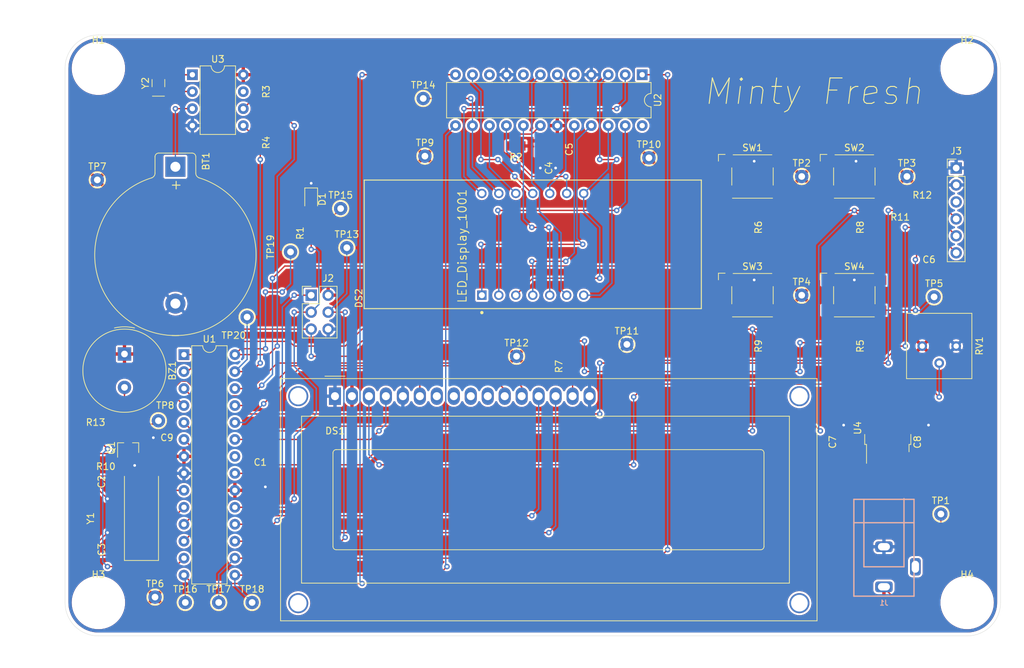
<source format=kicad_pcb>
(kicad_pcb (version 20211014) (generator pcbnew)
  (layers (0 "F.Cu" signal) (31 "B.Cu" signal) (34 "B.Paste" user) (35 "F.Paste" user) (36 "B.SilkS" user "B.Silkscreen") (37 "F.SilkS" user "F.Silkscreen") (38 "B.Mask" user) (39 "F.Mask" user) (44 "Edge.Cuts" user))
  (net 0 "")
  (net 1 "Net-(BT1-Pad1)")
  (net 2 "GND")
  (net 3 "/AREF")
  (net 4 "/XTAL1")
  (net 5 "/XTAL2")
  (net 6 "VCC")
  (net 7 "RESET")
  (net 8 "Net-(C7-Pad1)")
  (net 9 "Net-(D1-Pad2)")
  (net 10 "Net-(DS1-Pad15)")
  (net 11 "LCD_6")
  (net 12 "LCD_5")
  (net 13 "LCD_4")
  (net 14 "LCD_3")
  (net 19 "LCD_2")
  (net 20 "LCD_1")
  (net 21 "Net-(DS1-Pad3)")
  (net 22 "/SEG_E")
  (net 23 "/SEG_D")
  (net 24 "/SEG_DP")
  (net 25 "/SEG_C")
  (net 26 "/SEG_G")
  (net 27 "/SEG_B")
  (net 28 "/SEG_F")
  (net 29 "/SEG_A")
  (net 30 "/DIG_3")
  (net 32 "MISO")
  (net 33 "LED_SCK")
  (net 34 "MOSI")
  (net 35 "Net-(R2-Pad2)")
  (net 36 "SCL")
  (net 37 "SDA")
  (net 38 "BTN_UP")
  (net 39 "BTN_SELECT")
  (net 40 "BTN_DWN")
  (net 41 "BZER")
  (net 42 "RXD")
  (net 43 "/RTS")
  (net 44 "TXD")
  (net 45 "/SER_RX")
  (net 46 "DIS_CLK")
  (net 47 "DIS_DATA")
  (net 49 "DIS_LOAD")
  (net 54 "Net-(U3-Pad1)")
  (net 55 "Net-(U3-Pad2)")
  (net 57 "/SER_TX")
  (net 59 "Net-(Q1-Pad1)")
  (net 60 "/DIG_4")
  (net 61 "/DIG_2")
  (net 62 "/DIG_1")
  (net 63 "/DIG_0")
  (net 64 "Net-(BZ1-Pad2)")
  (footprint "footprints:R_0805_2012Metric" (layer "F.Cu") (at 208.28 81.28)
    (fp_text reference "R12")
    (fp_text value "R_0805_4.7K")
  )
  (footprint "footprints:MountingHole_3.2mm_M3" (layer "F.Cu") (at 215 140)
    (fp_text reference "H4")
    (fp_text value "MountingHole")
  )
  (footprint "footprints:TestPoint_THTPad_D2.0mm_Drill1.0mm" (layer "F.Cu") (at 164.084 101.346)
    (fp_text reference "TP11")
    (fp_text value "TestPoint")
  )
  (footprint "footprints:R_0805_2012Metric" (layer "F.Cu") (at 208.28 83.82)
    (fp_text reference "R11")
    (fp_text value "R_0805_4.7K")
  )
  (footprint "footprints:TestPoint_THTPad_D2.0mm_Drill1.0mm" (layer "F.Cu") (at 121.25 81)
    (fp_text reference "TP15")
    (fp_text value "TestPoint")
  )
  (footprint "footprints:C_0805_2012Metric" (layer "F.Cu") (at 153.416 71.716 -90)
    (fp_text reference "C5")
    (fp_text value "C_0805_10uf")
  )
  (footprint "footprints:TestPoint_THTPad_D2.0mm_Drill1.0mm" (layer "F.Cu") (at 147.574 103.124)
    (fp_text reference "TP12")
    (fp_text value "TestPoint")
  )
  (footprint "footprints:C_0805_2012Metric" (layer "F.Cu") (at 209.22 115.975 90)
    (fp_text reference "C8")
    (fp_text value "C_0805_0.1uf")
  )
  (footprint "footprints:TC1602A-01T" (layer "F.Cu") (at 120.399988 109.1025)
    (fp_text reference "DS1")
    (fp_text value "TC1602A-01T")
  )
  (footprint "footprints:R_0805_2012Metric" (layer "F.Cu") (at 111.76 71.12 90)
    (fp_text reference "R4")
    (fp_text value "R_0805_4.7K")
  )
  (footprint "footprints:C_0805_2012Metric" (layer "F.Cu") (at 151.13 71.716 -90)
    (fp_text reference "C4")
    (fp_text value "C_0805_0.1uf")
  )
  (footprint "footprints:R_0805_2012Metric" (layer "F.Cu") (at 155.956 104.14 90)
    (fp_text reference "R7")
    (fp_text value "R_0805_47")
  )
  (footprint "footprints:Buzzer_TDK_PS1240P02BT_D12.2mm_H6.5mm" (layer "F.Cu") (at 88.9 102.785216 -90)
    (fp_text reference "BZ1")
    (fp_text value "Buzzer")
  )
  (footprint "footprints:TestPoint_THTPad_D2.0mm_Drill1.0mm" (layer "F.Cu") (at 211.074 126.746)
    (fp_text reference "TP1")
    (fp_text value "TestPoint")
  )
  (footprint "footprints:R_0805_2012Metric" (layer "F.Cu") (at 88.392 113.284)
    (fp_text reference "R13")
    (fp_text value "R_0805_1K")
  )
  (footprint "footprints:C_0805_2012Metric" (layer "F.Cu") (at 208.28 86.36)
    (fp_text reference "C6")
    (fp_text value "C_0.1uf")
  )
  (footprint "footprints:R_0805_2012Metric" (layer "F.Cu") (at 83.82 116.845 -90)
    (fp_text reference "R10")
    (fp_text value "R_0805_2.2K")
  )
  (footprint "footprints:SW_SPST_Omron_B3FS-100xP" (layer "F.Cu") (at 198.12 76.2)
    (fp_text reference "SW2")
    (fp_text value "Omron_B3F_SPST")
  )
  (footprint "footprints:TestPoint_THTPad_D2.0mm_Drill1.0mm" (layer "F.Cu") (at 103 140)
    (fp_text reference "TP17")
    (fp_text value "TestPoint")
  )
  (footprint "footprints:C_0805_2012Metric" (layer "F.Cu") (at 94.234 117.348 180)
    (fp_text reference "C9")
    (fp_text value "C_0805_0.1uf")
  )
  (footprint "footprints:TestPoint_THTPad_D2.0mm_Drill1.0mm" (layer "F.Cu") (at 113.75 87.5)
    (fp_text reference "TP19")
    (fp_text value "TestPoint")
  )
  (footprint "footprints:Crystal_SMD_HC49-SD" (layer "F.Cu") (at 91.44 127 90)
    (fp_text reference "Y1")
    (fp_text value "Crystal_16MHz")
  )
  (footprint "footprints:R_0805_2012Metric" (layer "F.Cu") (at 147.486 71.628 180)
    (fp_text reference "R2")
    (fp_text value "R_0805_22K")
  )
  (footprint "footprints:SW_SPST_Omron_B3FS-100xP" (layer "F.Cu") (at 198.12 93.98)
    (fp_text reference "SW4")
    (fp_text value "Omron_B3F_SPST")
  )
  (footprint "footprints:TestPoint_THTPad_D2.0mm_Drill1.0mm" (layer "F.Cu") (at 98 140)
    (fp_text reference "TP16")
    (fp_text value "TestPoint")
  )
  (footprint "footprints:DIP-28_W7.62mm" (layer "F.Cu") (at 97.8 102.88)
    (fp_text reference "U1")
    (fp_text value "ATmega328-PU")
  )
  (footprint "footprints:C_0805_2012Metric" (layer "F.Cu") (at 83.82 132.08 -90)
    (fp_text reference "C3")
    (fp_text value "C_22pf")
  )
  (footprint "footprints:MountingHole_3.2mm_M3" (layer "F.Cu") (at 215 60)
    (fp_text reference "H2")
    (fp_text value "MountingHole")
  )
  (footprint "footprints:Potentiometer_Bourns_3386P_Vertical" (layer "F.Cu") (at 208.28 101.6 -90)
    (fp_text reference "RV1")
    (fp_text value "R_POT_10K")
  )
  (footprint "footprints:MountingHole_3.2mm_M3" (layer "F.Cu") (at 85 140)
    (fp_text reference "H3")
    (fp_text value "MountingHole")
  )
  (footprint "footprints:TestPoint_THTPad_D2.0mm_Drill1.0mm" (layer "F.Cu") (at 205.994 76.2)
    (fp_text reference "TP3")
    (fp_text value "TestPoint")
  )
  (footprint "footprints:C_0805_2012Metric" (layer "F.Cu") (at 109.22 120.65)
    (fp_text reference "C1")
    (fp_text value "C_10uf")
  )
  (footprint "footprints:TestPoint_THTPad_D2.0mm_Drill1.0mm" (layer "F.Cu") (at 122.174 86.868)
    (fp_text reference "TP13")
    (fp_text value "TestPoint")
  )
  (footprint "footprints:TestPoint_THTPad_D2.0mm_Drill1.0mm" (layer "F.Cu") (at 190.246 93.98)
    (fp_text reference "TP4")
    (fp_text value "TestPoint")
  )
  (footprint "footprints:PinHeader_2x03_P2.54mm_Vertical" (layer "F.Cu") (at 116.84 93.98)
    (fp_text reference "J2")
    (fp_text value "Conn_02x03_Odd_Even")
  )
  (footprint "footprints:SW_SPST_Omron_B3FS-100xP" (layer "F.Cu") (at 182.88 93.98)
    (fp_text reference "SW3")
    (fp_text value "Omron_B3F_SPST")
  )
  (footprint "footprints:TestPoint_THTPad_D2.0mm_Drill1.0mm" (layer "F.Cu") (at 210.058 94.234)
    (fp_text reference "TP5")
    (fp_text value "TestPoint")
  )
  (footprint "footprints:MountingHole_3.2mm_M3" (layer "F.Cu") (at 85 60)
    (fp_text reference "H1")
    (fp_text value "MountingHole")
  )
  (footprint "footprints:SOT-23" (layer "F.Cu") (at 89.45 116.845 90)
    (fp_text reference "Q1")
    (fp_text value "NPN_2N3904_SOT23")
  )
  (footprint "footprints:TestPoint_THTPad_D2.0mm_Drill1.0mm" (layer "F.Cu") (at 133.858 73.152)
    (fp_text reference "TP9")
    (fp_text value "TestPoint")
  )
  (footprint "footprints:TestPoint_THTPad_D2.0mm_Drill1.0mm" (layer "F.Cu") (at 167.386 73.406)
    (fp_text reference "TP10")
    (fp_text value "TestPoint")
  )
  (footprint "footprints:TestPoint_THTPad_D2.0mm_Drill1.0mm" (layer "F.Cu") (at 93.472 139.192)
    (fp_text reference "TP6")
    (fp_text value "TestPoint")
  )
  (footprint "footprints:R_0805_2012Metric" (layer "F.Cu") (at 111.76 63.5 90)
    (fp_text reference "R3")
    (fp_text value "R_0805_4.7K")
  )
  (footprint "footprints:TestPoint_THTPad_D2.0mm_Drill1.0mm" (layer "F.Cu") (at 190.246 76.2)
    (fp_text reference "TP2")
    (fp_text value "TestPoint")
  )
  (footprint "footprints:TestPoint_THTPad_D2.0mm_Drill1.0mm" (layer "F.Cu") (at 108 140)
    (fp_text reference "TP18")
    (fp_text value "TestPoint")
  )
  (footprint "footprints:TestPoint_THTPad_D2.0mm_Drill1.0mm" (layer "F.Cu") (at 93.98 112.776)
    (fp_text reference "TP8")
    (fp_text value "TestPoint")
  )
  (footprint "footprints:R_0805_2012Metric" (layer "F.Cu") (at 185.42 83.82 90)
    (fp_text reference "R6")
    (fp_text value "R_0805_10K")
  )
  (footprint "footprints:PinHeader_1x06_P2.54mm_Vertical" (layer "F.Cu") (at 213.36 74.93)
    (fp_text reference "J3")
    (fp_text value "Conn_01x06")
  )
  (footprint "footprints:DIP-24_W7.62mm" (layer "F.Cu") (at 166.375 60.96 -90)
    (fp_text reference "U2")
    (fp_text value "MAX7219")
  )
  (footprint "footprints:Crystal_SMD_2Pin_3.2x1.5mm" (layer "F.Cu") (at 93.98 62.22 90)
    (fp_text reference "Y2")
    (fp_text value "Crystal_32768Hz")
  )
  (footprint "footprints:R_0805_2012Metric" (layer "F.Cu") (at 116.84 84.69 90)
    (fp_text reference "R1")
    (fp_text value "R_2.2K")
  )
  (footprint "footprints:R_0805_2012Metric" (layer "F.Cu") (at 185.42 101.6 90)
    (fp_text reference "R9")
    (fp_text value "R_0805_10K")
  )
  (footprint "footprints:TestPoint_THTPad_D2.0mm_Drill1.0mm" (layer "F.Cu") (at 133.604 64.516)
    (fp_text reference "TP14")
    (fp_text value "TestPoint")
  )
  (footprint "footprints:TestPoint_THTPad_D2.0mm_Drill1.0mm" (layer "F.Cu") (at 84.836 76.708)
    (fp_text reference "TP7")
    (fp_text value "TestPoint")
  )
  (footprint "footprints:LED_0805_2012Metric" (layer "F.Cu") (at 116.84 79.61 -90)
    (fp_text reference "D1")
    (fp_text value "LED_0805")
  )
  (footprint "footprints:DIP-8_W7.62mm" (layer "F.Cu") (at 99.06 60.96)
    (fp_text reference "U3")
    (fp_text value "DS1307_DIP-8")
  )
  (footprint "footprints:C_0805_2012Metric" (layer "F.Cu") (at 83.82 121.92 -90)
    (fp_text reference "C2")
    (fp_text value "C_22pf")
  )
  (footprint "footprints:R_0805_2012Metric" (layer "F.Cu") (at 200.66 83.82 90)
    (fp_text reference "R8")
    (fp_text value "R_0805_10K")
  )
  (footprint "footprints:Adafruit-1001-0-0-MFG" (layer "F.Cu") (at 150.000005 86.36 90)
    (fp_text reference "DS2")
    (fp_text value "LED_Display_1001")
  )
  (footprint "footprints:SW_SPST_Omron_B3FS-100xP" (layer "F.Cu") (at 182.88 76.2)
    (fp_text reference "SW1")
    (fp_text value "Omron_B3F_SPST")
  )
  (footprint "footprints:TO-252-2" (layer "F.Cu") (at 203.125 113.86 90)
    (fp_text reference "U4")
    (fp_text value "L7805")
  )
  (footprint "footprints:BatteryHolder_Keystone_106_1x20mm" (layer "F.Cu") (at 96.519984 74.746314 -90)
    (fp_text reference "BT1")
    (fp_text value "Battery_Cell")
  )
  (footprint "footprints:C_0805_2012Metric" (layer "F.Cu") (at 196.52 115.975 90)
    (fp_text reference "C7")
    (fp_text value "C_0805_1uf")
  )
  (footprint "footprints:TestPoint_THTPad_D2.0mm_Drill1.0mm" (layer "F.Cu") (at 107.25 97.25)
    (fp_text reference "TP20")
    (fp_text value "TestPoint")
  )
  (footprint "footprints:R_0805_2012Metric" (layer "F.Cu") (at 200.66 101.6 90)
    (fp_text reference "R5")
    (fp_text value "R_10K")
  )
  (footprint "footprints:PJ-102AH" (layer "B.Cu") (at 202.5508 134.65 180)
    (fp_text reference "J1")
    (fp_text value "PJ-102AH" hide)
  )
  (gr_line locked (start 220 60) (end 220 140) (layer "Edge.Cuts") (width 0.05))
  (gr_line locked (start 80 60) (end 80 140) (layer "Edge.Cuts") (width 0.05))
  (gr_arc locked (start 80 60) (mid 81.464466 56.464466) (end 85 55) (layer "Edge.Cuts") (width 0.05))
  (gr_arc locked (start 85 145) (mid 81.464466 143.535534) (end 80 140) (layer "Edge.Cuts") (width 0.05))
  (gr_arc locked (start 220 140) (mid 218.535534 143.535534) (end 215 145) (layer "Edge.Cuts") (width 0.05))
  (gr_line locked (start 215 55) (end 85 55) (layer "Edge.Cuts") (width 0.05))
  (gr_arc locked (start 215 55) (mid 218.535534 56.464466) (end 220 60) (layer "Edge.Cuts") (width 0.05))
  (gr_line locked (start 215 145) (end 85 145) (layer "Edge.Cuts") (width 0.05))
  (gr_text "Minty Fresh" (at 192.024 63.5) (layer "F.SilkS") (effects (font (size 3.81 3.81) (thickness 0.15) italic)))
  (segment (start 99.06 66.04) (end 96.52 66.04) (width 0.2032) (layer "F.Cu") (net 1))
  (via (at 96.52 66.04) (size 0.8128) (drill 0.4064) (layers "F.Cu" "B.Cu") (net 1))
  (segment (start 96.519984 66.040016) (end 96.519984 74.746314) (width 0.2032) (layer "B.Cu") (net 1))
  (segment (start 96.52 66.04) (end 96.519984 66.040016) (width 0.2032) (layer "B.Cu") (net 1))
  (segment (start 90.4 119.449) (end 90.424 119.473) (width 0.2032) (layer "F.Cu") (net 2))
  (segment (start 198.338 73.95) (end 198.374 73.914) (width 0.2032) (layer "F.Cu") (net 2))
  (segment (start 93.384 117.348) (end 93.384 115.482) (width 0.2032) (layer "F.Cu") (net 2))
  (segment (start 207.545 111.76) (end 203.125 111.76) (width 0.508) (layer "F.Cu") (net 2))
  (segment (start 83.82 122.77) (end 84.67 122.77) (width 0.2032) (layer "F.Cu") (net 2))
  (segment (start 83.82 131.23) (end 84.67 131.23) (width 0.2032) (layer "F.Cu") (net 2))
  (segment (start 194.12 91.73) (end 198.084 91.73) (width 0.2032) (layer "F.Cu") (net 2))
  (segment (start 183.098 91.73) (end 183.134 91.694) (width 0.2032) (layer "F.Cu") (net 2))
  (segment (start 209.22 115.125) (end 209.22 113.435) (width 0.2032) (layer "F.Cu") (net 2))
  (segment (start 84.67 131.23) (end 86.36 129.54) (width 0.2032) (layer "F.Cu") (net 2))
  (segment (start 153.416 72.566) (end 153.416 74.93) (width 0.2032) (layer "F.Cu") (net 2))
  (segment (start 116.84 78.6725) (end 116.84 77.216) (width 0.2032) (layer "F.Cu") (net 2))
  (segment (start 196.52 115.125) (end 196.52 113.435) (width 0.2032) (layer "F.Cu") (net 2))
  (segment (start 178.88 73.95) (end 183.098 73.95) (width 0.2032) (layer "F.Cu") (net 2))
  (segment (start 194.12 73.95) (end 198.338 73.95) (width 0.2032) (layer "F.Cu") (net 2))
  (segment (start 183.17 91.73) (end 183.134 91.694) (width 0.2032) (layer "F.Cu") (net 2))
  (segment (start 186.88 91.73) (end 183.17 91.73) (width 0.2032) (layer "F.Cu") (net 2))
  (segment (start 209.22 113.435) (end 207.545 111.76) (width 0.508) (layer "F.Cu") (net 2))
  (segment (start 178.88 91.73) (end 183.098 91.73) (width 0.2032) (layer "F.Cu") (net 2))
  (segment (start 110.07 120.65) (end 110.07 122.594) (width 0.2032) (layer "F.Cu") (net 2))
  (segment (start 151.13 72.566) (end 151.13 74.93) (width 0.2032) (layer "F.Cu") (net 2))
  (segment (start 202.12 73.95) (end 198.41 73.95) (width 0.2032) (layer "F.Cu") (net 2))
  (segment (start 198.195 111.76) (end 196.52 113.435) (width 0.508) (layer "F.Cu") (net 2))
  (segment (start 90.4 117.845) (end 90.4 119.449) (width 0.2032) (layer "F.Cu") (net 2))
  (segment (start 110.07 122.594) (end 109.982 122.682) (width 0.2032) (layer "F.Cu") (net 2))
  (segment (start 84.67 122.77) (end 86.36 124.46) (width 0.2032) (layer "F.Cu") (net 2))
  (segment (start 198.084 91.73) (end 198.12 91.694) (width 0.2032) (layer "F.Cu") (net 2))
  (segment (start 93.384 115.482) (end 93.218 115.316) (width 0.2032) (layer "F.Cu") (net 2))
  (segment (start 203.125 111.76) (end 198.195 111.76) (width 0.508) (layer "F.Cu") (net 2))
  (segment (start 198.156 91.73) (end 198.12 91.694) (width 0.2032) (layer "F.Cu") (net 2))
  (segment (start 183.17 73.95) (end 183.134 73.914) (width 0.2032) (layer "F.Cu") (net 2))
  (segment (start 186.88 73.95) (end 183.17 73.95) (width 0.2032) (layer "F.Cu") (net 2))
  (segment (start 202.12 91.73) (end 198.156 91.73) (width 0.2032) (layer "F.Cu") (net 2))
  (segment (start 183.098 73.95) (end 183.134 73.914) (width 0.2032) (layer "F.Cu") (net 2))
  (segment (start 198.41 73.95) (end 198.374 73.914) (width 0.2032) (layer "F.Cu") (net 2))
  (via (at 153.416 74.93) (size 0.8128) (drill 0.4064) (layers "F.Cu" "B.Cu") (net 2))
  (via (at 196.52 113.435) (size 0.8128) (drill 0.4064) (layers "F.Cu" "B.Cu") (net 2))
  (via (at 198.374 73.914) (size 0.8128) (drill 0.4064) (layers "F.Cu" "B.Cu") (net 2))
  (via (at 116.84 77.216) (size 0.8128) (drill 0.4064) (layers "F.Cu" "B.Cu") (net 2))
  (via (at 93.218 115.316) (size 0.8128) (drill 0.4064) (layers "F.Cu" "B.Cu") (net 2))
  (via (at 198.12 91.694) (size 0.8128) (drill 0.4064) (layers "F.Cu" "B.Cu") (net 2))
  (via (at 86.36 129.54) (size 0.8128) (drill 0.4064) (layers "F.Cu" "B.Cu") (net 2))
  (via (at 209.22 113.435) (size 0.8128) (drill 0.4064) (layers "F.Cu" "B.Cu") (net 2))
  (via (at 86.36 124.46) (size 0.8128) (drill 0.4064) (layers "F.Cu" "B.Cu") (net 2))
  (via (at 151.13 74.93) (size 0.8128) (drill 0.4064) (layers "F.Cu" "B.Cu") (net 2))
  (via (at 183.134 73.914) (size 0.8128) (drill 0.4064) (layers "F.Cu" "B.Cu") (net 2))
  (via (at 183.134 91.694) (size 0.8128) (drill 0.4064) (layers "F.Cu" "B.Cu") (net 2))
  (via (at 109.982 122.682) (size 0.8128) (drill 0.4064) (layers "F.Cu" "B.Cu") (net 2))
  (via (at 90.424 119.473) (size 0.8128) (drill 0.4064) (layers "F.Cu" "B.Cu") (net 2))
  (segment (start 105.42 120.66) (end 108.36 120.66) (width 0.2032) (layer "F.Cu") (net 3))
  (segment (start 108.36 120.66) (end 108.37 120.65) (width 0.2032) (layer "F.Cu") (net 3))
  (segment (start 91.89 123.2) (end 91.44 122.75) (width 0.2032) (layer "F.Cu") (net 4))
  (segment (start 91.44 122.75) (end 89.76 121.07) (width 0.2032) (layer "F.Cu") (net 4))
  (segment (start 97.8 123.2) (end 91.89 123.2) (width 0.2032) (layer "F.Cu") (net 4))
  (segment (start 89.76 121.07) (end 83.82 121.07) (width 0.2032) (layer "F.Cu") (net 4))
  (segment (start 89.76 132.93) (end 83.82 132.93) (width 0.2032) (layer "F.Cu") (net 5))
  (segment (start 91.44 131.25) (end 89.76 132.93) (width 0.2032) (layer "F.Cu") (net 5))
  (segment (start 91.44 131.25) (end 92.29 131.25) (width 0.2032) (layer "F.Cu") (net 5))
  (segment (start 92.29 131.25) (end 97.8 125.74) (width 0.2032) (layer "F.Cu") (net 5))
  (segment (start 123.444 101.854) (end 122.174 103.124) (width 0.2032) (layer "F.Cu") (net 7))
  (segment (start 122.174 103.124) (end 116.84 103.124) (width 0.2032) (layer "F.Cu") (net 7))
  (segment (start 198.12 99.06) (end 196.088 101.092) (width 0.2032) (layer "F.Cu") (net 7))
  (segment (start 198.12 99.06) (end 200.66 99.06) (width 0.2032) (layer "F.Cu") (net 7))
  (segment (start 100.32 102.88) (end 104.14 99.06) (width 0.2032) (layer "F.Cu") (net 7))
  (segment (start 124.46 100.838) (end 123.444 101.854) (width 0.2032) (layer "F.Cu") (net 7))
  (segment (start 199.81 100.75) (end 200.66 100.75) (width 0.2032) (layer "F.Cu") (net 7))
  (segment (start 189.992 105.41) (end 157.734 105.41) (width 0.2032) (layer "F.Cu") (net 7))
  (segment (start 207.43 88.48) (end 207.43 86.36) (width 0.2032) (layer "F.Cu") (net 7))
  (segment (start 194.12 96.23) (end 194.12 97.6) (width 0.2032) (layer "F.Cu") (net 7))
  (segment (start 157.734 100.838) (end 124.46 100.838) (width 0.2032) (layer "F.Cu") (net 7))
  (segment (start 195.58 99.06) (end 198.12 99.06) (width 0.2032) (layer "F.Cu") (net 7))
  (segment (start 198.12 99.06) (end 199.81 100.75) (width 0.2032) (layer "F.Cu") (net 7))
  (segment (start 97.8 102.88) (end 100.32 102.88) (width 0.2032) (layer "F.Cu") (net 7))
  (segment (start 196.088 101.092) (end 189.992 101.092) (width 0.2032) (layer "F.Cu") (net 7))
  (segment (start 194.12 97.6) (end 195.58 99.06) (width 0.2032) (layer "F.Cu") (net 7))
  (segment (start 207.264 88.646) (end 207.43 88.48) (width 0.2032) (layer "F.Cu") (net 7))
  (segment (start 207.228 96.23) (end 207.264 96.266) (width 0.2032) (layer "F.Cu") (net 7))
  (segment (start 202.12 97.6) (end 202.12 96.23) (width 0.2032) (layer "F.Cu") (net 7))
  (segment (start 200.66 99.06) (end 202.12 97.6) (width 0.2032) (layer "F.Cu") (net 7))
  (segment (start 202.12 96.23) (end 207.228 96.23) (width 0.2032) (layer "F.Cu") (net 7))
  (segment (start 104.14 99.06) (end 116.84 99.06) (width 0.2032) (layer "F.Cu") (net 7))
  (via (at 207.264 96.266) (size 0.8128) (drill 0.4064) (layers "F.Cu" "B.Cu") (net 7))
  (via (at 189.992 105.41) (size 0.8128) (drill 0.4064) (layers "F.Cu" "B.Cu") (net 7))
  (via (at 189.992 101.092) (size 0.8128) (drill 0.4064) (layers "F.Cu" "B.Cu") (net 7))
  (via (at 157.734 105.41) (size 0.8128) (drill 0.4064) (layers "F.Cu" "B.Cu") (net 7))
  (via (at 207.264 88.646) (size 0.8128) (drill 0.4064) (layers "F.Cu" "B.Cu") (net 7))
  (via (at 116.84 103.124) (size 0.8128) (drill 0.4064) (layers "F.Cu" "B.Cu") (net 7))
  (via (at 157.734 100.838) (size 0.8128) (drill 0.4064) (layers "F.Cu" "B.Cu") (net 7))
  (segment (start 116.84 103.124) (end 116.84 99.06) (width 0.2032) (layer "B.Cu") (net 7))
  (segment (start 207.264 96.266) (end 207.264 88.646) (width 0.2032) (layer "B.Cu") (net 7))
  (segment (start 157.734 105.41) (end 157.734 100.838) (width 0.2032) (layer "B.Cu") (net 7))
  (segment (start 189.992 101.092) (end 189.992 105.41) (width 0.2032) (layer "B.Cu") (net 7))
  (segment (start 207.264 96.266) (end 208.026 96.266) (width 0.2032) (layer "B.Cu") (net 7))
  (segment (start 208.026 96.266) (end 210.058 94.234) (width 0.2032) (layer "B.Cu") (net 7))
  (segment (start 206.5 141) (end 205.75 141) (width 0.2032) (layer "F.Cu") (net 8))
  (segment (start 209.25 138.25) (end 206.5 141) (width 0.2032) (layer "F.Cu") (net 8))
  (segment (start 200.845 118.06) (end 200.845 119.405) (width 0.508) (layer "F.Cu") (net 8))
  (segment (start 202.5508 137.8008) (end 202.5508 137.65) (width 0.2032) (layer "F.Cu") (net 8))
  (segment (start 209.25 130.75) (end 209.25 138.25) (width 0.2032) (layer "F.Cu") (net 8))
  (segment (start 211.074 128.926) (end 209.25 130.75) (width 0.2032) (layer "F.Cu") (net 8))
  (segment (start 196.52 116.825) (end 197.755 118.06) (width 0.508) (layer "F.Cu") (net 8))
  (segment (start 211.074 126.746) (end 211.074 128.926) (width 0.2032) (layer "F.Cu") (net 8))
  (segment (start 195.75 140) (end 196.75 141) (width 0.508) (layer "F.Cu") (net 8))
  (segment (start 205.75 141) (end 202.5508 137.8008) (width 0.2032) (layer "F.Cu") (net 8))
  (segment (start 200.5 141) (end 202.5508 138.9492) (width 0.508) (layer "F.Cu") (net 8))
  (segment (start 200.845 119.405) (end 195.75 124.5) (width 0.508) (layer "F.Cu") (net 8))
  (segment (start 202.5508 138.9492) (end 202.5508 137.65) (width 0.508) (layer "F.Cu") (net 8))
  (segment (start 196.75 141) (end 200.5 141) (width 0.508) (layer "F.Cu") (net 8))
  (segment (start 195.75 124.5) (end 195.75 140) (width 0.508) (layer "F.Cu") (net 8))
  (segment (start 197.755 118.06) (end 200.845 118.06) (width 0.508) (layer "F.Cu") (net 8))
  (segment (start 116.84 80.5475) (end 116.84 83.84) (width 0.2032) (layer "F.Cu") (net 9))
  (segment (start 155.956 109.098512) (end 155.959988 109.1025) (width 0.2032) (layer "F.Cu") (net 10))
  (segment (start 155.956 104.99) (end 155.956 109.098512) (width 0.2032) (layer "F.Cu") (net 10))
  (segment (start 99.08 129.54) (end 152.4 129.54) (width 0.2032) (layer "F.Cu") (net 11))
  (segment (start 97.8 130.82) (end 99.08 129.54) (width 0.2032) (layer "F.Cu") (net 11))
  (via (at 152.4 129.54) (size 0.8128) (drill 0.4064) (layers "F.Cu" "B.Cu") (net 11))
  (segment (start 153.419988 128.520012) (end 153.419988 109.1025) (width 0.2032) (layer "B.Cu") (net 11))
  (segment (start 152.4 129.54) (end 153.419988 128.520012) (width 0.2032) (layer "B.Cu") (net 11))
  (segment (start 97.8 128.28) (end 99.08 127) (width 0.2032) (layer "F.Cu") (net 12))
  (segment (start 99.08 127) (end 149.86 127) (width 0.2032) (layer "F.Cu") (net 12))
  (via (at 149.86 127) (size 0.8128) (drill 0.4064) (layers "F.Cu" "B.Cu") (net 12))
  (segment (start 150.879988 125.980012) (end 150.879988 109.1025) (width 0.2032) (layer "B.Cu") (net 12))
  (segment (start 149.86 127) (end 150.879988 125.980012) (width 0.2032) (layer "B.Cu") (net 12))
  (segment (start 144.78 104.14) (end 148.339988 107.699988) (width 0.2032) (layer "F.Cu") (net 13))
  (segment (start 111.76 104.14) (end 144.78 104.14) (width 0.2032) (layer "F.Cu") (net 13))
  (segment (start 148.339988 107.699988) (end 148.339988 109.1025) (width 0.2032) (layer "F.Cu") (net 13))
  (segment (start 105.42 107.96) (end 107.94 107.96) (width 0.2032) (layer "F.Cu") (net 13))
  (segment (start 107.94 107.96) (end 111.76 104.14) (width 0.2032) (layer "F.Cu") (net 13))
  (segment (start 105.42 110.5) (end 107.94 110.5) (width 0.2032) (layer "F.Cu") (net 14))
  (segment (start 145.799988 108.105908) (end 145.799988 109.1025) (width 0.2032) (layer "F.Cu") (net 14))
  (segment (start 113.89408 104.54592) (end 142.24 104.54592) (width 0.2032) (layer "F.Cu") (net 14))
  (segment (start 142.24 104.54592) (end 145.799988 108.105908) (width 0.2032) (layer "F.Cu") (net 14))
  (segment (start 107.94 110.5) (end 113.89408 104.54592) (width 0.2032) (layer "F.Cu") (net 14))
  (segment (start 133.099988 105.971828) (end 133.099988 109.1025) (width 0.2032) (layer "F.Cu") (net 19))
  (segment (start 132.08 104.95184) (end 133.099988 105.971828) (width 0.2032) (layer "F.Cu") (net 19))
  (segment (start 115.01216 104.95184) (end 109.728 110.236) (width 0.2032) (layer "F.Cu") (net 19))
  (segment (start 115.01216 104.95184) (end 132.08 104.95184) (width 0.2032) (layer "F.Cu") (net 19))
  (via (at 109.728 110.236) (size 0.8128) (drill 0.4064) (layers "F.Cu" "B.Cu") (net 19))
  (segment (start 109.728 110.236) (end 106.924 113.04) (width 0.2032) (layer "B.Cu") (net 19))
  (segment (start 106.924 113.04) (end 105.42 113.04) (width 0.2032) (layer "B.Cu") (net 19))
  (segment (start 105.42 115.58) (end 125.72 115.58) (width 0.2032) (layer "F.Cu") (net 20))
  (segment (start 125.72 115.58) (end 127 114.3) (width 0.2032) (layer "F.Cu") (net 20))
  (via (at 127 114.3) (size 0.8128) (drill 0.4064) (layers "F.Cu" "B.Cu") (net 20))
  (segment (start 128.019988 113.280012) (end 128.019988 109.1025) (width 0.2032) (layer "B.Cu") (net 20))
  (segment (start 127 114.3) (end 128.019988 113.280012) (width 0.2032) (layer "B.Cu") (net 20))
  (segment (start 208.898189 107.298189) (end 167.021811 107.298189) (width 0.2032) (layer "F.Cu") (net 21))
  (segment (start 167.021811 107.298189) (end 165.1 109.22) (width 0.2032) (layer "F.Cu") (net 21))
  (segment (start 165.1 119.38) (end 127 119.38) (width 0.2032) (layer "F.Cu") (net 21))
  (segment (start 210.82 109.22) (end 208.898189 107.298189) (width 0.2032) (layer "F.Cu") (net 21))
  (via (at 127 119.38) (size 0.8128) (drill 0.4064) (layers "F.Cu" "B.Cu") (net 21))
  (via (at 210.82 109.22) (size 0.8128) (drill 0.4064) (layers "F.Cu" "B.Cu") (net 21))
  (via (at 165.1 119.38) (size 0.8128) (drill 0.4064) (layers "F.Cu" "B.Cu") (net 21))
  (via (at 165.1 109.22) (size 0.8128) (drill 0.4064) (layers "F.Cu" "B.Cu") (net 21))
  (segment (start 210.82 104.14) (end 210.82 109.22) (width 0.2032) (layer "B.Cu") (net 21))
  (segment (start 125.479988 117.859988) (end 125.479988 109.1025) (width 0.2032) (layer "B.Cu") (net 21))
  (segment (start 165.1 109.22) (end 165.1 119.38) (width 0.2032) (layer "B.Cu") (net 21))
  (segment (start 127 119.38) (end 125.479988 117.859988) (width 0.2032) (layer "B.Cu") (net 21))
  (segment (start 142.24 86.36) (end 157.48 86.36) (width 0.2032) (layer "F.Cu") (net 22))
  (via (at 157.48 86.36) (size 0.8128) (drill 0.4064) (layers "F.Cu" "B.Cu") (net 22))
  (via (at 142.24 86.36) (size 0.8128) (drill 0.4064) (layers "F.Cu" "B.Cu") (net 22))
  (segment (start 156.615694 70.719306) (end 158.755 68.58) (width 0.2032) (layer "B.Cu") (net 22))
  (segment (start 142.380005 93.98) (end 142.380005 86.500005) (width 0.2032) (layer "B.Cu") (net 22))
  (segment (start 142.380005 86.500005) (end 142.24 86.36) (width 0.2032) (layer "B.Cu") (net 22))
  (segment (start 157.48 86.36) (end 156.615694 85.495694) (width 0.2032) (layer "B.Cu") (net 22))
  (segment (start 156.615694 85.495694) (end 156.615694 70.719306) (width 0.2032) (layer "B.Cu") (net 22))
  (segment (start 162.56 81.28) (end 144.78 81.28) (width 0.2032) (layer "F.Cu") (net 23))
  (via (at 162.56 81.28) (size 0.8128) (drill 0.4064) (layers "F.Cu" "B.Cu") (net 23))
  (via (at 144.78 81.28) (size 0.8128) (drill 0.4064) (layers "F.Cu" "B.Cu") (net 23))
  (segment (start 163.835 68.58) (end 163.835 80.005) (width 0.2032) (layer "B.Cu") (net 23))
  (segment (start 144.78 81.28) (end 144.920005 81.420005) (width 0.2032) (layer "B.Cu") (net 23))
  (segment (start 144.920005 81.420005) (end 144.920005 93.98) (width 0.2032) (layer "B.Cu") (net 23))
  (segment (start 163.835 80.005) (end 162.56 81.28) (width 0.2032) (layer "B.Cu") (net 23))
  (segment (start 160.02 91.44) (end 150.000005 91.44) (width 0.2032) (layer "F.Cu") (net 24))
  (segment (start 150.000005 91.44) (end 147.460005 93.98) (width 0.2032) (layer "F.Cu") (net 24))
  (via (at 160.02 91.44) (size 0.8128) (drill 0.4064) (layers "F.Cu" "B.Cu") (net 24))
  (segment (start 157.620005 81.420005) (end 160.02 83.82) (width 0.2032) (layer "B.Cu") (net 24))
  (segment (start 160.02 83.82) (end 160.02 91.44) (width 0.2032) (layer "B.Cu") (net 24))
  (segment (start 161.295 75.065005) (end 157.620005 78.74) (width 0.2032) (layer "B.Cu") (net 24))
  (segment (start 157.620005 78.74) (end 157.620005 81.420005) (width 0.2032) (layer "B.Cu") (net 24))
  (segment (start 161.295 68.58) (end 161.295 75.065005) (width 0.2032) (layer "B.Cu") (net 24))
  (segment (start 149.86 88.9) (end 154.94 88.9) (width 0.2032) (layer "F.Cu") (net 25))
  (via (at 149.86 88.9) (size 0.8128) (drill 0.4064) (layers "F.Cu" "B.Cu") (net 25))
  (via (at 154.94 88.9) (size 0.8128) (drill 0.4064) (layers "F.Cu" "B.Cu") (net 25))
  (segment (start 150.000005 93.98) (end 150.000005 89.040005) (width 0.2032) (layer "B.Cu") (net 25))
  (segment (start 150.000005 89.040005) (end 149.86 88.9) (width 0.2032) (layer "B.Cu") (net 25))
  (segment (start 156.209774 68.585226) (end 156.215 68.58) (width 0.2032) (layer "B.Cu") (net 25))
  (segment (start 154.94 88.9) (end 156.209774 87.630226) (width 0.2032) (layer "B.Cu") (net 25))
  (segment (start 156.209774 87.630226) (end 156.209774 68.585226) (width 0.2032) (layer "B.Cu") (net 25))
  (segment (start 152.4 83.82) (end 149.86 83.82) (width 0.2032) (layer "F.Cu") (net 26))
  (via (at 152.4 83.82) (size 0.8128) (drill 0.4064) (layers "F.Cu" "B.Cu") (net 26))
  (via (at 149.86 83.82) (size 0.8128) (drill 0.4064) (layers "F.Cu" "B.Cu") (net 26))
  (segment (start 149.86 83.82) (end 148.595 82.555) (width 0.2032) (layer "B.Cu") (net 26))
  (segment (start 152.540005 93.98) (end 152.540005 83.960005) (width 0.2032) (layer "B.Cu") (net 26))
  (segment (start 148.595 82.555) (end 148.595 68.58) (width 0.2032) (layer "B.Cu") (net 26))
  (segment (start 152.540005 83.960005) (end 152.4 83.82) (width 0.2032) (layer "B.Cu") (net 26))
  (segment (start 149.86 76.2) (end 147.32 73.66) (width 0.2032) (layer "F.Cu") (net 27))
  (segment (start 154.94 76.2) (end 149.86 76.2) (width 0.2032) (layer "F.Cu") (net 27))
  (via (at 147.32 73.66) (size 0.8128) (drill 0.4064) (layers "F.Cu" "B.Cu") (net 27))
  (via (at 154.94 76.2) (size 0.8128) (drill 0.4064) (layers "F.Cu" "B.Cu") (net 27))
  (segment (start 154.94 76.2) (end 155.080005 76.340005) (width 0.2032) (layer "B.Cu") (net 27))
  (segment (start 146.055 68.58) (end 146.055 72.395) (width 0.2032) (layer "B.Cu") (net 27))
  (segment (start 155.080005 76.340005) (end 155.080005 78.74) (width 0.2032) (layer "B.Cu") (net 27))
  (segment (start 146.055 72.395) (end 147.32 73.66) (width 0.2032) (layer "B.Cu") (net 27))
  (segment (start 143.515 74.794995) (end 147.460005 78.74) (width 0.2032) (layer "B.Cu") (net 28))
  (segment (start 143.515 68.58) (end 143.515 74.794995) (width 0.2032) (layer "B.Cu") (net 28))
  (segment (start 133.604 64.516) (end 140.716 64.516) (width 0.2032) (layer "F.Cu") (net 29))
  (via (at 140.716 64.516) (size 0.8128) (drill 0.4064) (layers "F.Cu" "B.Cu") (net 29))
  (segment (start 140.975 68.58) (end 140.975 74.794995) (width 0.2032) (layer "B.Cu") (net 29))
  (segment (start 140.716 64.516) (end 140.975 64.775) (width 0.2032) (layer "B.Cu") (net 29))
  (segment (start 140.975 74.794995) (end 144.920005 78.74) (width 0.2032) (layer "B.Cu") (net 29))
  (segment (start 140.975 64.775) (end 140.975 68.58) (width 0.2032) (layer "B.Cu") (net 29))
  (segment (start 149.86 62.235) (end 149.86 77.179684) (width 0.2032) (layer "B.Cu") (net 30))
  (segment (start 154.229289 93.129284) (end 155.080005 93.98) (width 0.2032) (layer "B.Cu") (net 30))
  (segment (start 149.86 77.179684) (end 151.004316 78.324) (width 0.2032) (layer "B.Cu") (net 30))
  (segment (start 151.135 60.96) (end 149.86 62.235) (width 0.2032) (layer "B.Cu") (net 30))
  (segment (start 151.004316 81.419218) (end 154.229289 84.644191) (width 0.2032) (layer "B.Cu") (net 30))
  (segment (start 151.004316 78.324) (end 151.004316 81.419218) (width 0.2032) (layer "B.Cu") (net 30))
  (segment (start 154.229289 84.644191) (end 154.229289 93.129284) (width 0.2032) (layer "B.Cu") (net 30))
  (segment (start 116.84 93.98) (end 114.3 93.98) (width 0.2032) (layer "F.Cu") (net 32))
  (segment (start 111.742943 127.7107) (end 111.173643 128.28) (width 0.2032) (layer "F.Cu") (net 32))
  (segment (start 111.173643 128.28) (end 105.42 128.28) (width 0.2032) (layer "F.Cu") (net 32))
  (via (at 114.3 93.98) (size 0.8128) (drill 0.4064) (layers "F.Cu" "B.Cu") (net 32))
  (via (at 111.742943 127.7107) (size 0.8128) (drill 0.4064) (layers "F.Cu" "B.Cu") (net 32))
  (segment (start 114.3 93.98) (end 112.522 95.758) (width 0.2032) (layer "B.Cu") (net 32))
  (segment (start 112.522 126.931643) (end 111.742943 127.7107) (width 0.2032) (layer "B.Cu") (net 32))
  (segment (start 112.522 95.758) (end 112.522 126.931643) (width 0.2032) (layer "B.Cu") (net 32))
  (segment (start 118.71 85.54) (end 116.84 85.54) (width 0.2032) (layer "F.Cu") (net 33))
  (segment (start 119.25 83) (end 119.25 85) (width 0.2032) (layer "F.Cu") (net 33))
  (segment (start 121.25 81) (end 119.25 83) (width 0.2032) (layer "F.Cu") (net 33))
  (segment (start 116.84 87.122) (end 116.84 85.54) (width 0.2032) (layer "F.Cu") (net 33))
  (segment (start 114.3 124.46) (end 113.02 125.74) (width 0.2032) (layer "F.Cu") (net 33))
  (segment (start 119.25 85) (end 118.71 85.54) (width 0.2032) (layer "F.Cu") (net 33))
  (segment (start 116.84 96.52) (end 114.3 96.52) (width 0.2032) (layer "F.Cu") (net 33))
  (segment (start 113.02 125.74) (end 105.42 125.74) (width 0.2032) (layer "F.Cu") (net 33))
  (via (at 116.84 87.122) (size 0.8128) (drill 0.4064) (layers "F.Cu" "B.Cu") (net 33))
  (via (at 114.3 124.46) (size 0.8128) (drill 0.4064) (layers "F.Cu" "B.Cu") (net 33))
  (via (at 114.3 96.52) (size 0.8128) (drill 0.4064) (layers "F.Cu" "B.Cu") (net 33))
  (segment (start 117.994311 95.365689) (end 117.994311 87.514311) (width 0.2032) (layer "B.Cu") (net 33))
  (segment (start 114.3 104.648) (end 117.602 107.95) (width 0.2032) (layer "B.Cu") (net 33))
  (segment (start 116.84 96.52) (end 117.994311 95.365689) (width 0.2032) (layer "B.Cu") (net 33))
  (segment (start 117.994311 87.514311) (end 117.602 87.122) (width 0.2032) (layer "B.Cu") (net 33))
  (segment (start 117.602 111.76) (end 114.3 115.062) (width 0.2032) (layer "B.Cu") (net 33))
  (segment (start 117.602 87.122) (end 116.84 87.122) (width 0.2032) (layer "B.Cu") (net 33))
  (segment (start 114.3 96.52) (end 114.3 104.648) (width 0.2032) (layer "B.Cu") (net 33))
  (segment (start 114.3 115.062) (end 114.3 124.46) (width 0.2032) (layer "B.Cu") (net 33))
  (segment (start 117.602 107.95) (end 117.602 111.76) (width 0.2032) (layer "B.Cu") (net 33))
  (segment (start 119.38 96.52) (end 121.92 96.52) (width 0.2032) (layer "F.Cu") (net 34))
  (segment (start 121.352981 130.82) (end 105.42 130.82) (width 0.2032) (layer "F.Cu") (net 34))
  (segment (start 121.922281 130.2507) (end 121.352981 130.82) (width 0.2032) (layer "F.Cu") (net 34))
  (via (at 121.922281 130.2507) (size 0.8128) (drill 0.4064) (layers "F.Cu" "B.Cu") (net 34))
  (via (at 121.92 96.52) (size 0.8128) (drill 0.4064) (layers "F.Cu" "B.Cu") (net 34))
  (segment (start 121.92 96.52) (end 121.735668 96.704332) (width 0.2032) (layer "B.Cu") (net 34))
  (segment (start 121.735668 130.064087) (end 121.922281 130.2507) (width 0.2032) (layer "B.Cu") (net 34))
  (segment (start 121.735668 96.704332) (end 121.735668 130.064087) (width 0.2032) (layer "B.Cu") (net 34))
  (segment (start 122.174 93.726) (end 119.38 96.52) (width 0.2032) (layer "B.Cu") (net 34))
  (segment (start 122.174 86.868) (end 122.174 93.726) (width 0.2032) (layer "B.Cu") (net 34))
  (segment (start 149.865 69.85) (end 151.135 68.58) (width 0.2032) (layer "F.Cu") (net 35))
  (segment (start 147.781 69.85) (end 149.865 69.85) (width 0.2032) (layer "F.Cu") (net 35))
  (segment (start 146.636 71.12) (end 146.636 70.995) (width 0.2032) (layer "F.Cu") (net 35))
  (segment (start 146.636 70.995) (end 147.781 69.85) (width 0.2032) (layer "F.Cu") (net 35))
  (segment (start 110.48 102.88) (end 105.42 102.88) (width 0.2032) (layer "F.Cu") (net 36))
  (segment (start 112.5 93.5) (end 110 93.5) (width 0.2032) (layer "F.Cu") (net 36))
  (segment (start 110 102) (end 106.3 102) (width 0.2032) (layer "F.Cu") (net 36))
  (segment (start 111.76 66.04) (end 114.3 68.58) (width 0.2032) (layer "F.Cu") (net 36))
  (segment (start 108.37 64.35) (end 111.76 64.35) (width 0.2032) (layer "F.Cu") (net 36))
  (segment (start 106.68 66.04) (end 108.37 64.35) (width 0.2032) (layer "F.Cu") (net 36))
  (segment (start 111.76 64.35) (end 111.76 66.04) (width 0.2032) (layer "F.Cu") (net 36))
  (segment (start 111.76 101.6) (end 110.48 102.88) (width 0.2032) (layer "F.Cu") (net 36))
  (segment (start 106.3 102) (end 105.42 102.88) (width 0.2032) (layer "F.Cu") (net 36))
  (via (at 114.3 68.58) (size 0.8128) (drill 0.4064) (layers "F.Cu" "B.Cu") (net 36))
  (via (at 110 93.5) (size 0.8128) (drill 0.4064) (layers "F.Cu" "B.Cu") (net 36))
  (via (at 111.76 101.6) (size 0.8128) (drill 0.4064) (layers "F.Cu" "B.Cu") (net 36))
  (via (at 112.5 93.5) (size 0.8128) (drill 0.4064) (layers "F.Cu" "B.Cu") (net 36))
  (via (at 110 102) (size 0.8128) (drill 0.4064) (layers "F.Cu" "B.Cu") (net 36))
  (segment (start 113.75 92.25) (end 112.5 93.5) (width 0.2032) (layer "B.Cu") (net 36))
  (segment (start 110 93.5) (end 110 102) (width 0.2032) (layer "B.Cu") (net 36))
  (segment (start 114.3 68.58) (end 114.3 73.66) (width 0.2032) (layer "B.Cu") (net 36))
  (segment (start 114.3 73.66) (end 111.76 76.2) (width 0.2032) (layer "B.Cu") (net 36))
  (segment (start 111.76 76.2) (end 111.76 101.6) (width 0.2032) (layer "B.Cu") (net 36))
  (segment (start 113.75 87.5) (end 113.75 92.25) (width 0.2032) (layer "B.Cu") (net 36))
  (segment (start 111.635 70.27) (end 109.22 72.685) (width 0.2032) (layer "F.Cu") (net 37))
  (segment (start 111.76 70.27) (end 108.37 70.27) (width 0.2032) (layer "F.Cu") (net 37))
  (segment (start 111.76 70.27) (end 111.635 70.27) (width 0.2032) (layer "F.Cu") (net 37))
  (segment (start 108.37 70.27) (end 106.68 68.58) (width 0.2032) (layer "F.Cu") (net 37))
  (segment (start 109.22 72.685) (end 109.22 73.66) (width 0.2032) (layer "F.Cu") (net 37))
  (segment (start 109.22 104.14) (end 107.94 105.42) (width 0.2032) (layer "F.Cu") (net 37))
  (segment (start 107.94 105.42) (end 105.42 105.42) (width 0.2032) (layer "F.Cu") (net 37))
  (via (at 109.22 73.66) (size 0.8128) (drill 0.4064) (layers "F.Cu" "B.Cu") (net 37))
  (via (at 109.22 104.14) (size 0.8128) (drill 0.4064) (layers "F.Cu" "B.Cu") (net 37))
  (segment (start 107.25 103.59) (end 105.42 105.42) (width 0.2032) (layer "B.Cu") (net 37))
  (segment (start 107.25 97.25) (end 107.25 103.59) (width 0.2032) (layer "B.Cu") (net 37))
  (segment (start 109.22 73.66) (end 109.22 104.14) (width 0.2032) (layer "B.Cu") (net 37))
  (segment (start 182.88 81.28) (end 184.57 82.97) (width 0.2032) (layer "F.Cu") (net 38))
  (segment (start 174.549289 89.610711) (end 112.890424 89.610711) (width 0.2032) (layer "F.Cu") (net 38))
  (segment (start 186.88 79.82) (end 185.42 81.28) (width 0.2032) (layer "F.Cu") (net 38))
  (segment (start 185.42 81.28) (end 182.88 81.28) (width 0.2032) (layer "F.Cu") (net 38))
  (segment (start 180.34 81.28) (end 182.88 81.28) (width 0.2032) (layer "F.Cu") (net 38))
  (segment (start 182.88 81.28) (end 174.549289 89.610711) (width 0.2032) (layer "F.Cu") (net 38))
  (segment (start 96.52 107.678267) (end 96.52 109.22) (width 0.2032) (layer "F.Cu") (net 38))
  (segment (start 186.88 78.45) (end 186.88 79.82) (width 0.2032) (layer "F.Cu") (net 38))
  (segment (start 109.446956 107.458126) (end 107.840771 109.064311) (width 0.2032) (layer "F.Cu") (net 38))
  (segment (start 96.52 109.22) (end 97.8 110.5) (width 0.2032) (layer "F.Cu") (net 38))
  (segment (start 112.890424 89.610711) (end 111.0493 91.451835) (width 0.2032) (layer "F.Cu") (net 38))
  (segment (start 178.88 79.82) (end 180.34 81.28) (width 0.2032) (layer "F.Cu") (net 38))
  (segment (start 100.466044 109.064311) (end 98.257422 106.855689) (width 0.2032) (layer "F.Cu") (net 38))
  (segment (start 97.342578 106.855689) (end 96.52 107.678267) (width 0.2032) (layer "F.Cu") (net 38))
  (segment (start 184.57 82.97) (end 185.42 82.97) (width 0.2032) (layer "F.Cu") (net 38))
  (segment (start 107.840771 109.064311) (end 100.466044 109.064311) (width 0.2032) (layer "F.Cu") (net 38))
  (segment (start 98.257422 106.855689) (end 97.342578 106.855689) (width 0.2032) (layer "F.Cu") (net 38))
  (segment (start 178.88 78.45) (end 178.88 79.82) (width 0.2032) (layer "F.Cu") (net 38))
  (via (at 111.0493 91.451835) (size 0.8128) (drill 0.4064) (layers "F.Cu" "B.Cu") (net 38))
  (via (at 109.446956 107.458126) (size 0.8128) (drill 0.4064) (layers "F.Cu" "B.Cu") (net 38))
  (segment (start 111.0493 105.855782) (end 109.446956 107.458126) (width 0.2032) (layer "B.Cu") (net 38))
  (segment (start 111.0493 91.451835) (end 111.0493 105.855782) (width 0.2032) (layer "B.Cu") (net 38))
  (segment (start 99.06 114.3) (end 97.8 113.04) (width 0.2032) (layer "F.Cu") (net 39))
  (segment (start 194.12 78.45) (end 194.12 79.82) (width 0.2032) (layer "F.Cu") (net 39))
  (segment (start 194.12 79.82) (end 195.58 81.28) (width 0.2032) (layer "F.Cu") (net 39))
  (segment (start 193.04 114.3) (end 192.329289 113.589289) (width 0.2032) (layer "F.Cu") (net 39))
  (segment (start 118.282924 114.3) (end 99.06 114.3) (width 0.2032) (layer "F.Cu") (net 39))
  (segment (start 118.993635 113.589289) (end 118.282924 114.3) (width 0.2032) (layer "F.Cu") (net 39))
  (segment (start 192.329289 113.589289) (end 118.993635 113.589289) (width 0.2032) (layer "F.Cu") (net 39))
  (segment (start 198.12 81.28) (end 199.81 82.97) (width 0.2032) (layer "F.Cu") (net 39))
  (segment (start 202.12 79.82) (end 202.12 78.45) (width 0.2032) (layer "F.Cu") (net 39))
  (segment (start 200.66 81.28) (end 202.12 79.82) (width 0.2032) (layer "F.Cu") (net 39))
  (segment (start 198.12 81.28) (end 200.66 81.28) (width 0.2032) (layer "F.Cu") (net 39))
  (segment (start 195.58 81.28) (end 198.12 81.28) (width 0.2032) (layer "F.Cu") (net 39))
  (segment (start 199.81 82.97) (end 200.66 82.97) (width 0.2032) (layer "F.Cu") (net 39))
  (via (at 193.04 114.3) (size 0.8128) (drill 0.4064) (layers "F.Cu" "B.Cu") (net 39))
  (via (at 198.12 81.28) (size 0.8128) (drill 0.4064) (layers "F.Cu" "B.Cu") (net 39))
  (segment (start 192.786 114.046) (end 193.04 114.3) (width 0.2032) (layer "B.Cu") (net 39))
  (segment (start 192.786 86.614) (end 192.786 114.046) (width 0.2032) (layer "B.Cu") (net 39))
  (segment (start 198.12 81.28) (end 192.786 86.614) (width 0.2032) (layer "B.Cu") (net 39))
  (segment (start 180.34 99.06) (end 182.88 99.06) (width 0.2032) (layer "F.Cu") (net 40))
  (segment (start 124.46 119.38) (end 101.6 119.38) (width 0.2032) (layer "F.Cu") (net 40))
  (segment (start 182.88 99.06) (end 184.57 100.75) (width 0.2032) (layer "F.Cu") (net 40))
  (segment (start 178.88 97.6) (end 180.34 99.06) (width 0.2032) (layer "F.Cu") (net 40))
  (segment (start 186.88 97.6) (end 186.88 96.23) (width 0.2032) (layer "F.Cu") (net 40))
  (segment (start 178.88 96.23) (end 178.88 97.6) (width 0.2032) (layer "F.Cu") (net 40))
  (segment (start 182.88 99.06) (end 185.42 99.06) (width 0.2032) (layer "F.Cu") (net 40))
  (segment (start 185.42 99.06) (end 186.88 97.6) (width 0.2032) (layer "F.Cu") (net 40))
  (segment (start 182.88 114.3) (end 129.54 114.3) (width 0.2032) (layer "F.Cu") (net 40))
  (segment (start 184.57 100.75) (end 185.42 100.75) (width 0.2032) (layer "F.Cu") (net 40))
  (segment (start 101.6 119.38) (end 97.8 115.58) (width 0.2032) (layer "F.Cu") (net 40))
  (segment (start 129.54 114.3) (end 124.46 119.38) (width 0.2032) (layer "F.Cu") (net 40))
  (via (at 182.88 99.06) (size 0.8128) (drill 0.4064) (layers "F.Cu" "B.Cu") (net 40))
  (via (at 182.88 114.3) (size 0.8128) (drill 0.4064) (layers "F.Cu" "B.Cu") (net 40))
  (segment (start 182.88 99.06) (end 182.88 114.3) (width 0.2032) (layer "B.Cu") (net 40))
  (segment (start 86.36 134.62) (end 96.54 134.62) (width 0.2032) (layer "F.Cu") (net 41))
  (segment (start 85.3707 115.995) (end 86.36 116.9843) (width 0.2032) (layer "F.Cu") (net 41))
  (segment (start 83.82 115.995) (end 85.3707 115.995) (width 0.2032) (layer "F.Cu") (net 41))
  (segment (start 96.54 134.62) (end 97.8 133.36) (width 0.2032) (layer "F.Cu") (net 41))
  (via (at 86.36 134.62) (size 0.8128) (drill 0.4064) (layers "F.Cu" "B.Cu") (net 41))
  (via (at 86.36 116.9843) (size 0.8128) (drill 0.4064) (layers "F.Cu" "B.Cu") (net 41))
  (segment (start 85.649289 133.909289) (end 85.649289 117.695011) (width 0.2032) (layer "B.Cu") (net 41))
  (segment (start 86.36 116.9843) (end 85.649289 117.695011) (width 0.2032) (layer "B.Cu") (net 41))
  (segment (start 85.649289 133.909289) (end 86.36 134.62) (width 0.2032) (layer "B.Cu") (net 41))
  (segment (start 207.43 83.82) (end 205.74 83.82) (width 0.2032) (layer "F.Cu") (net 42))
  (segment (start 162.347702 103.73408) (end 157.673622 99.06) (width 0.2032) (layer "F.Cu") (net 42))
  (segment (start 205.74 101.6) (end 204.734902 101.6) (width 0.2032) (layer "F.Cu") (net 42))
  (segment (start 157.673622 99.06) (end 124.46 99.06) (width 0.2032) (layer "F.Cu") (net 42))
  (segment (start 202.600822 103.73408) (end 162.347702 103.73408) (width 0.2032) (layer "F.Cu") (net 42))
  (segment (start 121.92 101.6) (end 114.3 101.6) (width 0.2032) (layer "F.Cu") (net 42))
  (segment (start 102.884769 100.889289) (end 98.354058 105.42) (width 0.2032) (layer "F.Cu") (net 42))
  (segment (start 114.3 101.6) (end 113.589289 100.889289) (width 0.2032) (layer "F.Cu") (net 42))
  (segment (start 113.589289 100.889289) (end 102.884769 100.889289) (width 0.2032) (layer "F.Cu") (net 42))
  (segment (start 204.734902 101.6) (end 202.600822 103.73408) (width 0.2032) (layer "F.Cu") (net 42))
  (segment (start 124.46 99.06) (end 121.92 101.6) (width 0.2032) (layer "F.Cu") (net 42))
  (segment (start 98.354058 105.42) (end 97.8 105.42) (width 0.2032) (layer "F.Cu") (net 42))
  (via (at 205.74 101.6) (size 0.8128) (drill 0.4064) (layers "F.Cu" "B.Cu") (net 42))
  (via (at 205.74 83.82) (size 0.8128) (drill 0.4064) (layers "F.Cu" "B.Cu") (net 42))
  (segment (start 205.74 83.82) (end 205.74 101.6) (width 0.2032) (layer "B.Cu") (net 42))
  (segment (start 209.13 86.36) (end 212.09 86.36) (width 0.2032) (layer "F.Cu") (net 43))
  (segment (start 212.09 86.36) (end 213.36 87.63) (width 0.2032) (layer "F.Cu") (net 43))
  (segment (start 207.43 81.28) (end 203.2 81.28) (width 0.2032) (layer "F.Cu") (net 44))
  (segment (start 203.2 104.14) (end 160.02 104.14) (width 0.2032) (layer "F.Cu") (net 44))
  (segment (start 160.02 111.76) (end 101.6 111.76) (width 0.2032) (layer "F.Cu") (net 44))
  (segment (start 101.6 111.76) (end 97.8 107.96) (width 0.2032) (layer "F.Cu") (net 44))
  (via (at 203.2 81.28) (size 0.8128) (drill 0.4064) (layers "F.Cu" "B.Cu") (net 44))
  (via (at 160.02 104.14) (size 0.8128) (drill 0.4064) (layers "F.Cu" "B.Cu") (net 44))
  (via (at 160.02 111.76) (size 0.8128) (drill 0.4064) (layers "F.Cu" "B.Cu") (net 44))
  (via (at 203.2 104.14) (size 0.8128) (drill 0.4064) (layers "F.Cu" "B.Cu") (net 44))
  (segment (start 160.02 104.14) (end 160.02 111.76) (width 0.2032) (layer "B.Cu") (net 44))
  (segment (start 203.2 81.28) (end 203.2 104.14) (width 0.2032) (layer "B.Cu") (net 44))
  (segment (start 212.09 83.82) (end 213.36 85.09) (width 0.2032) (layer "F.Cu") (net 45))
  (segment (start 209.13 83.82) (end 212.09 83.82) (width 0.2032) (layer "F.Cu") (net 45))
  (segment (start 105.42 135.9) (end 135.88 135.9) (width 0.2032) (layer "F.Cu") (net 46))
  (segment (start 135.88 135.9) (end 137.16 134.62) (width 0.2032) (layer "F.Cu") (net 46))
  (via (at 137.16 134.62) (size 0.8128) (drill 0.4064) (layers "F.Cu" "B.Cu") (net 46))
  (segment (start 136.975668 134.435668) (end 136.975668 70.039332) (width 0.2032) (layer "B.Cu") (net 46))
  (segment (start 105.42 137.42) (end 108 140) (width 0.2032) (layer "B.Cu") (net 46))
  (segment (start 137.16 134.62) (end 136.975668 134.435668) (width 0.2032) (layer "B.Cu") (net 46))
  (segment (start 105.42 135.9) (end 105.42 137.42) (width 0.2032) (layer "B.Cu") (net 46))
  (segment (start 136.975668 70.039332) (end 138.435 68.58) (width 0.2032) (layer "B.Cu") (net 46))
  (segment (start 170.18 132.08) (end 168.9 133.36) (width 0.2032) (layer "F.Cu") (net 47))
  (segment (start 168.9 133.36) (end 105.42 133.36) (width 0.2032) (layer "F.Cu") (net 47))
  (segment (start 166.375 60.96) (end 170.18 60.96) (width 0.2032) (layer "F.Cu") (net 47))
  (via (at 170.18 60.96) (size 0.8128) (drill 0.4064) (layers "F.Cu" "B.Cu") (net 47))
  (via (at 170.18 132.08) (size 0.8128) (drill 0.4064) (layers "F.Cu" "B.Cu") (net 47))
  (segment (start 103 135.78) (end 105.42 133.36) (width 0.2032) (layer "B.Cu") (net 47))
  (segment (start 103 140) (end 103 135.78) (width 0.2032) (layer "B.Cu") (net 47))
  (segment (start 170.18 60.96) (end 170.18 132.08) (width 0.2032) (layer "B.Cu") (net 47))
  (segment (start 124.46 137.16) (end 99.06 137.16) (width 0.2032) (layer "F.Cu") (net 49))
  (segment (start 138.435 60.96) (end 124.46 60.96) (width 0.2032) (layer "F.Cu") (net 49))
  (segment (start 99.06 137.16) (end 97.8 135.9) (width 0.2032) (layer "F.Cu") (net 49))
  (via (at 124.46 60.96) (size 0.8128) (drill 0.4064) (layers "F.Cu" "B.Cu") (net 49))
  (via (at 124.46 137.16) (size 0.8128) (drill 0.4064) (layers "F.Cu" "B.Cu") (net 49))
  (segment (start 124.144308 136.844308) (end 124.46 137.16) (width 0.2032) (layer "B.Cu") (net 49))
  (segment (start 124.144308 61.275692) (end 124.144308 136.844308) (width 0.2032) (layer "B.Cu") (net 49))
  (segment (start 98 140) (end 98 136.1) (width 0.2032) (layer "B.Cu") (net 49))
  (segment (start 98 136.1) (end 97.8 135.9) (width 0.2032) (layer "B.Cu") (net 49))
  (segment (start 124.46 60.96) (end 124.144308 61.275692) (width 0.2032) (layer "B.Cu") (net 49))
  (segment (start 99.05 60.97) (end 99.06 60.96) (width 0.2032) (layer "F.Cu") (net 54))
  (segment (start 93.98 60.97) (end 99.05 60.97) (width 0.2032) (layer "F.Cu") (net 54))
  (segment (start 93.98 63.47) (end 99.03 63.47) (width 0.2032) (layer "F.Cu") (net 55))
  (segment (start 99.03 63.47) (end 99.06 63.5) (width 0.2032) (layer "F.Cu") (net 55))
  (segment (start 209.13 81.28) (end 212.09 81.28) (width 0.2032) (layer "F.Cu") (net 57))
  (segment (start 212.09 81.28) (end 213.36 82.55) (width 0.2032) (layer "F.Cu") (net 57))
  (segment (start 84.37 117.695) (end 88.35 117.695) (width 0.2032) (layer "F.Cu") (net 59))
  (segment (start 88.35 117.695) (end 88.5 117.845) (width 0.2032) (layer "F.Cu") (net 59))
  (segment (start 160.02 73.66) (end 162.56 73.66) (width 0.2032) (layer "F.Cu") (net 60))
  (via (at 162.56 73.66) (size 0.8128) (drill 0.4064) (layers "F.Cu" "B.Cu") (net 60))
  (via (at 160.02 73.66) (size 0.8128) (drill 0.4064) (layers "F.Cu" "B.Cu") (net 60))
  (segment (start 161.849289 74.370711) (end 161.849289 92.150711) (width 0.2032) (layer "B.Cu") (net 60))
  (segment (start 160.02 62.235) (end 160.02 73.66) (width 0.2032) (layer "B.Cu") (net 60))
  (segment (start 161.295 60.96) (end 160.02 62.235) (width 0.2032) (layer "B.Cu") (net 60))
  (segment (start 162.56 73.66) (end 161.849289 74.370711) (width 0.2032) (layer "B.Cu") (net 60))
  (segment (start 160.02 93.98) (end 157.620005 93.98) (width 0.2032) (layer "B.Cu") (net 60))
  (segment (start 161.849289 92.150711) (end 160.02 93.98) (width 0.2032) (layer "B.Cu") (net 60))
  (segment (start 154.94 75.184) (end 152.540005 77.583995) (width 0.2032) (layer "B.Cu") (net 61))
  (segment (start 154.94 62.225) (end 154.94 75.184) (width 0.2032) (layer "B.Cu") (net 61))
  (segment (start 152.540005 77.583995) (end 152.540005 78.74) (width 0.2032) (layer "B.Cu") (net 61))
  (segment (start 153.675 60.96) (end 154.94 62.225) (width 0.2032) (layer "B.Cu") (net 61))
  (segment (start 147.32 76.2) (end 149.86 78.74) (width 0.2032) (layer "F.Cu") (net 62))
  (segment (start 142.24 73.66) (end 144.78 73.66) (width 0.2032) (layer "F.Cu") (net 62))
  (via (at 142.24 73.66) (size 0.8128) (drill 0.4064) (layers "F.Cu" "B.Cu") (net 62))
  (via (at 147.32 76.2) (size 0.8128) (drill 0.4064) (layers "F.Cu" "B.Cu") (net 62))
  (via (at 144.78 73.66) (size 0.8128) (drill 0.4064) (layers "F.Cu" "B.Cu") (net 62))
  (segment (start 144.78 73.66) (end 147.32 76.2) (width 0.2032) (layer "B.Cu") (net 62))
  (segment (start 142.24 63.5) (end 142.24 73.66) (width 0.2032) (layer "B.Cu") (net 62))
  (segment (start 140.975 62.235) (end 142.24 63.5) (width 0.2032) (layer "B.Cu") (net 62))
  (segment (start 140.975 60.96) (end 140.975 62.235) (width 0.2032) (layer "B.Cu") (net 62))
  (segment (start 162.56 66.04) (end 139.7 66.04) (width 0.2032) (layer "F.Cu") (net 63))
  (via (at 162.56 66.04) (size 0.8128) (drill 0.4064) (layers "F.Cu" "B.Cu") (net 63))
  (via (at 139.7 66.04) (size 0.8128) (drill 0.4064) (layers "F.Cu" "B.Cu") (net 63))
  (segment (start 163.835 60.96) (end 163.835 64.765) (width 0.2032) (layer "B.Cu") (net 63))
  (segment (start 139.7 76.2) (end 142.24 78.74) (width 0.2032) (layer "B.Cu") (net 63))
  (segment (start 139.7 66.04) (end 139.7 76.2) (width 0.2032) (layer "B.Cu") (net 63))
  (segment (start 163.835 64.765) (end 162.56 66.04) (width 0.2032) (layer "B.Cu") (net 63))
  (segment (start 88.9 112.942) (end 89.242 113.284) (width 0.2032) (layer "F.Cu") (net 64))
  (segment (start 89.242 113.284) (end 89.242 115.637) (width 0.2032) (layer "F.Cu") (net 64))
  (segment (start 88.9 107.785216) (end 88.9 112.942) (width 0.2032) (layer "F.Cu") (net 64))
  (segment (start 93.472 113.284) (end 93.98 112.776) (width 0.2032) (layer "F.Cu") (net 64))
  (segment (start 89.242 115.637) (end 89.45 115.845) (width 0.2032) (layer "F.Cu") (net 64))
  (segment (start 89.242 113.284) (end 93.472 113.284) (width 0.2032) (layer "F.Cu") (net 64))
  (zone locked (net 0) (net_name "") (layers F&B.Cu) (connect_pads (clearance 0)) (min_thickness 0.254)
    (keepout (tracks not_allowed) (vias not_allowed) (pads allowed) (copperpour not_allowed) (footprints allowed))
    (fill (thermal_gap 0.508) (thermal_bridge_width 0.508))
    (polygon (pts (xy 219.005141 140) (xy 218.984638 139.595255) (xy 218.923337 139.194655) (xy 218.821867 138.802299) (xy 218.681267 138.422207) (xy 218.502975 138.058269) (xy 218.288818 137.714212) (xy 218.040989 137.393558) (xy 217.762024 137.09959) (xy 217.454779 136.835318) (xy 217.122401 136.603448) (xy 216.768293 136.406354) (xy 216.39608 136.246053) (xy 216.009573 136.124188) (xy 215.61273 136.042006) (xy 215.209613 136.000348) (xy 214.80435 135.999641) (xy 214.40109 136.039891) (xy 214.003962 136.120688) (xy 213.617032 136.241203) (xy 213.244262 136.400203) (xy 212.889468 136.59606) (xy 212.556283 136.826768) (xy 212.248118 137.089966) (xy 211.968128 137.382958) (xy 211.719181 137.702745) (xy 211.503824 138.046053) (xy 211.324263 138.409367) (xy 211.182337 138.788966) (xy 211.079498 139.180964) (xy 211.0168 139.581349) (xy 210.994883 139.986019) (xy 211.013974 140.390833) (xy 211.073876 140.791646) (xy 211.173975 141.184352) (xy 211.313248 141.564933) (xy 211.490268 141.929491) (xy 211.703223 142.274294) (xy 211.949932 142.595812) (xy 212.227869 142.890751) (xy 212.534189 143.156094) (xy 212.865755 143.389123) (xy 213.219173 143.587452) (xy 213.590825 143.74905) (xy 213.976904 143.872264) (xy 214.373458 143.955831) (xy 214.776427 143.998896) (xy 215.181685 144.001018) (xy 215.585083 143.962175) (xy 215.982491 143.882765) (xy 216.369839 143.763601) (xy 216.743162 143.605904) (xy 217.098637 143.411286) (xy 217.432626 143.181743) (xy 217.741708 142.919622) (xy 218.022718 142.627609) (xy 218.272781 142.308693) (xy 218.489334 141.966139) (xy 218.670162 141.603454) (xy 218.813412 141.224353) (xy 218.917619 140.832716) (xy 218.981715 140.432553) (xy 219.005043 140.027961)))
  )
  (zone locked (net 0) (net_name "") (layers F&B.Cu) (connect_pads (clearance 0)) (min_thickness 0.254)
    (keepout (tracks not_allowed) (vias not_allowed) (pads allowed) (copperpour not_allowed) (footprints allowed))
    (fill (thermal_gap 0.508) (thermal_bridge_width 0.508))
    (polygon (pts (xy 89.005141 60) (xy 88.984638 59.595255) (xy 88.923337 59.194655) (xy 88.821867 58.802299) (xy 88.681267 58.422207) (xy 88.502975 58.058269) (xy 88.288818 57.714212) (xy 88.040989 57.393558) (xy 87.762024 57.09959) (xy 87.454779 56.835318) (xy 87.122401 56.603448) (xy 86.768293 56.406354) (xy 86.39608 56.246053) (xy 86.009573 56.124188) (xy 85.61273 56.042006) (xy 85.209613 56.000348) (xy 84.80435 55.999641) (xy 84.40109 56.039891) (xy 84.003962 56.120688) (xy 83.617032 56.241203) (xy 83.244262 56.400203) (xy 82.889468 56.59606) (xy 82.556283 56.826768) (xy 82.248118 57.089966) (xy 81.968128 57.382958) (xy 81.719181 57.702745) (xy 81.503824 58.046053) (xy 81.324263 58.409367) (xy 81.182337 58.788966) (xy 81.079498 59.180964) (xy 81.0168 59.581349) (xy 80.994883 59.986019) (xy 81.013974 60.390833) (xy 81.073876 60.791646) (xy 81.173975 61.184352) (xy 81.313248 61.564933) (xy 81.490268 61.929491) (xy 81.703223 62.274294) (xy 81.949932 62.595812) (xy 82.227869 62.890751) (xy 82.534189 63.156094) (xy 82.865755 63.389123) (xy 83.219173 63.587452) (xy 83.590825 63.74905) (xy 83.976904 63.872264) (xy 84.373458 63.955831) (xy 84.776427 63.998896) (xy 85.181685 64.001018) (xy 85.585083 63.962175) (xy 85.982491 63.882765) (xy 86.369839 63.763601) (xy 86.743162 63.605904) (xy 87.098637 63.411286) (xy 87.432626 63.181743) (xy 87.741708 62.919622) (xy 88.022718 62.627609) (xy 88.272781 62.308693) (xy 88.489334 61.966139) (xy 88.670162 61.603454) (xy 88.813412 61.224353) (xy 88.917619 60.832716) (xy 88.981715 60.432553) (xy 89.005043 60.027961)))
  )
  (zone locked (net 0) (net_name "") (layers F&B.Cu) (connect_pads (clearance 0)) (min_thickness 0.254)
    (keepout (tracks not_allowed) (vias not_allowed) (pads allowed) (copperpour not_allowed) (footprints allowed))
    (fill (thermal_gap 0.508) (thermal_bridge_width 0.508))
    (polygon (pts (xy 89.005141 140) (xy 88.984638 139.595255) (xy 88.923337 139.194655) (xy 88.821867 138.802299) (xy 88.681267 138.422207) (xy 88.502975 138.058269) (xy 88.288818 137.714212) (xy 88.040989 137.393558) (xy 87.762024 137.09959) (xy 87.454779 136.835318) (xy 87.122401 136.603448) (xy 86.768293 136.406354) (xy 86.39608 136.246053) (xy 86.009573 136.124188) (xy 85.61273 136.042006) (xy 85.209613 136.000348) (xy 84.80435 135.999641) (xy 84.40109 136.039891) (xy 84.003962 136.120688) (xy 83.617032 136.241203) (xy 83.244262 136.400203) (xy 82.889468 136.59606) (xy 82.556283 136.826768) (xy 82.248118 137.089966) (xy 81.968128 137.382958) (xy 81.719181 137.702745) (xy 81.503824 138.046053) (xy 81.324263 138.409367) (xy 81.182337 138.788966) (xy 81.079498 139.180964) (xy 81.0168 139.581349) (xy 80.994883 139.986019) (xy 81.013974 140.390833) (xy 81.073876 140.791646) (xy 81.173975 141.184352) (xy 81.313248 141.564933) (xy 81.490268 141.929491) (xy 81.703223 142.274294) (xy 81.949932 142.595812) (xy 82.227869 142.890751) (xy 82.534189 143.156094) (xy 82.865755 143.389123) (xy 83.219173 143.587452) (xy 83.590825 143.74905) (xy 83.976904 143.872264) (xy 84.373458 143.955831) (xy 84.776427 143.998896) (xy 85.181685 144.001018) (xy 85.585083 143.962175) (xy 85.982491 143.882765) (xy 86.369839 143.763601) (xy 86.743162 143.605904) (xy 87.098637 143.411286) (xy 87.432626 143.181743) (xy 87.741708 142.919622) (xy 88.022718 142.627609) (xy 88.272781 142.308693) (xy 88.489334 141.966139) (xy 88.670162 141.603454) (xy 88.813412 141.224353) (xy 88.917619 140.832716) (xy 88.981715 140.432553) (xy 89.005043 140.027961)))
  )
  (zone (net 6) (net_name "VCC") (layer "F.Cu") (connect_pads (clearance 0.3048)) (min_thickness 0.3048) (fill yes (thermal_gap 0.3048) (thermal_bridge_width 0.508))
    (polygon (pts (xy 223.52 149.86) (xy 76.2 149.86) (xy 76.2 50.8) (xy 223.52 50.8)))
  )
  (zone locked (net 0) (net_name "") (layers F&B.Cu) (connect_pads (clearance 0)) (min_thickness 0.254)
    (keepout (tracks not_allowed) (vias not_allowed) (pads allowed) (copperpour not_allowed) (footprints allowed))
    (fill (thermal_gap 0.508) (thermal_bridge_width 0.508))
    (polygon (pts (xy 219.005141 60) (xy 218.984638 59.595255) (xy 218.923337 59.194655) (xy 218.821867 58.802299) (xy 218.681267 58.422207) (xy 218.502975 58.058269) (xy 218.288818 57.714212) (xy 218.040989 57.393558) (xy 217.762024 57.09959) (xy 217.454779 56.835318) (xy 217.122401 56.603448) (xy 216.768293 56.406354) (xy 216.39608 56.246053) (xy 216.009573 56.124188) (xy 215.61273 56.042006) (xy 215.209613 56.000348) (xy 214.80435 55.999641) (xy 214.40109 56.039891) (xy 214.003962 56.120688) (xy 213.617032 56.241203) (xy 213.244262 56.400203) (xy 212.889468 56.59606) (xy 212.556283 56.826768) (xy 212.248118 57.089966) (xy 211.968128 57.382958) (xy 211.719181 57.702745) (xy 211.503824 58.046053) (xy 211.324263 58.409367) (xy 211.182337 58.788966) (xy 211.079498 59.180964) (xy 211.0168 59.581349) (xy 210.994883 59.986019) (xy 211.013974 60.390833) (xy 211.073876 60.791646) (xy 211.173975 61.184352) (xy 211.313248 61.564933) (xy 211.490268 61.929491) (xy 211.703223 62.274294) (xy 211.949932 62.595812) (xy 212.227869 62.890751) (xy 212.534189 63.156094) (xy 212.865755 63.389123) (xy 213.219173 63.587452) (xy 213.590825 63.74905) (xy 213.976904 63.872264) (xy 214.373458 63.955831) (xy 214.776427 63.998896) (xy 215.181685 64.001018) (xy 215.585083 63.962175) (xy 215.982491 63.882765) (xy 216.369839 63.763601) (xy 216.743162 63.605904) (xy 217.098637 63.411286) (xy 217.432626 63.181743) (xy 217.741708 62.919622) (xy 218.022718 62.627609) (xy 218.272781 62.308693) (xy 218.489334 61.966139) (xy 218.670162 61.603454) (xy 218.813412 61.224353) (xy 218.917619 60.832716) (xy 218.981715 60.432553) (xy 219.005043 60.027961)))
  )
  (zone (net 2) (net_name "GND") (layer "B.Cu") (connect_pads (clearance 0.3048)) (min_thickness 0.3048) (fill yes (thermal_gap 0.3048) (thermal_bridge_width 0.508))
    (polygon (pts (xy 223.52 149.86) (xy 76.2 149.86) (xy 76.2 50.8) (xy 223.52 50.8)))
  )
)
</source>
